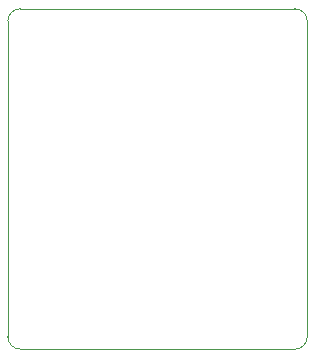
<source format=gbr>
G04 #@! TF.GenerationSoftware,KiCad,Pcbnew,(5.1.5)-3*
G04 #@! TF.CreationDate,2020-11-12T13:32:49+01:00*
G04 #@! TF.ProjectId,ESP8266_RGBA_Receiver,45535038-3236-4365-9f52-4742415f5265,rev?*
G04 #@! TF.SameCoordinates,Original*
G04 #@! TF.FileFunction,Profile,NP*
%FSLAX46Y46*%
G04 Gerber Fmt 4.6, Leading zero omitted, Abs format (unit mm)*
G04 Created by KiCad (PCBNEW (5.1.5)-3) date 2020-11-12 13:32:49*
%MOMM*%
%LPD*%
G04 APERTURE LIST*
%ADD10C,0.050000*%
G04 APERTURE END LIST*
D10*
X102400000Y-49530000D02*
G75*
G02X103466800Y-50596800I0J-1066800D01*
G01*
X103466800Y-77292200D02*
G75*
G02X102400000Y-78359000I-1066800J0D01*
G01*
X79171800Y-78359000D02*
G75*
G02X78105000Y-77292200I0J1066800D01*
G01*
X78105000Y-50596800D02*
G75*
G02X79171800Y-49530000I1066800J0D01*
G01*
X102400000Y-49530000D02*
X79171800Y-49530000D01*
X103466800Y-77292200D02*
X103466800Y-50596800D01*
X79171800Y-78359000D02*
X102400000Y-78359000D01*
X78105000Y-50596800D02*
X78105000Y-77292200D01*
M02*

</source>
